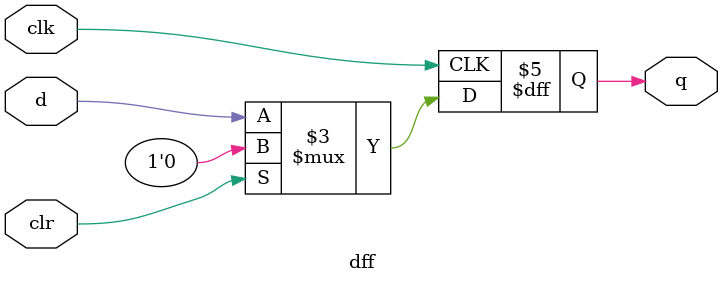
<source format=v>
module dff(q,d,clk,clr);

    input d,clk,clr;
    output reg q;

    always @ (posedge clk)
    begin
        if (clr)
            q <= 0;
        
        else 
            q<=d;
    end

endmodule
</source>
